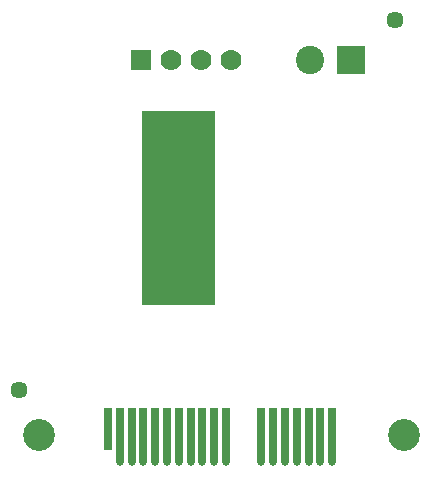
<source format=gbs>
G04 #@! TF.GenerationSoftware,KiCad,Pcbnew,(5.99.0-8491-gb8dfcb34c4)*
G04 #@! TF.CreationDate,2021-01-19T19:49:40+01:00*
G04 #@! TF.ProjectId,TMC2130_Driver,544d4332-3133-4305-9f44-72697665722e,rev?*
G04 #@! TF.SameCoordinates,PX67f3540PY6cb8080*
G04 #@! TF.FileFunction,Soldermask,Bot*
G04 #@! TF.FilePolarity,Negative*
%FSLAX46Y46*%
G04 Gerber Fmt 4.6, Leading zero omitted, Abs format (unit mm)*
G04 Created by KiCad (PCBNEW (5.99.0-8491-gb8dfcb34c4)) date 2021-01-19 19:49:40*
%MOMM*%
%LPD*%
G01*
G04 APERTURE LIST*
%ADD10C,1.448000*%
%ADD11C,2.700000*%
%ADD12O,0.650000X0.650000*%
%ADD13R,0.650000X3.600000*%
%ADD14R,0.650000X4.600000*%
%ADD15R,1.778000X1.778000*%
%ADD16C,1.778000*%
%ADD17R,2.400000X2.400000*%
%ADD18C,2.400000*%
G04 APERTURE END LIST*
D10*
X32960000Y38460000D03*
X1110000Y7080000D03*
D11*
X2800000Y3256000D03*
X33750000Y3256000D03*
D12*
X12652800Y1014800D03*
X22652800Y1014800D03*
X17652800Y1014800D03*
X13652800Y1014800D03*
X15652800Y1014800D03*
X10652800Y1014800D03*
X25652800Y1014800D03*
X26652800Y1014800D03*
X21652800Y1014800D03*
X18652800Y1014800D03*
X24652800Y1014800D03*
X27652800Y1014800D03*
X9652800Y1014800D03*
X23652800Y1014800D03*
X11652800Y1014800D03*
X16652800Y1014800D03*
X14652800Y1014800D03*
D13*
X8652800Y3814800D03*
D14*
X9652800Y3314800D03*
X10652800Y3314800D03*
X11652800Y3314800D03*
X12652800Y3314800D03*
X13652800Y3314800D03*
X14652800Y3314800D03*
X15652800Y3314800D03*
X16652800Y3314800D03*
X17652800Y3314800D03*
X18652800Y3314800D03*
X21652800Y3314800D03*
X22652800Y3314800D03*
X23652800Y3314800D03*
X24652800Y3314800D03*
X25652800Y3314800D03*
X26652800Y3314800D03*
X27652800Y3314800D03*
D15*
X11440000Y35000000D03*
D16*
X13980000Y35000000D03*
X16520000Y35000000D03*
X19060000Y35000000D03*
D17*
X29250000Y35000000D03*
D18*
X25750000Y35000000D03*
G36*
X17731694Y30731694D02*
G01*
X17750000Y30687500D01*
X17750000Y14312500D01*
X17731694Y14268306D01*
X17687500Y14250000D01*
X11562500Y14250000D01*
X11518306Y14268306D01*
X11500000Y14312500D01*
X11500000Y30687500D01*
X11518306Y30731694D01*
X11562500Y30750000D01*
X17687500Y30750000D01*
X17731694Y30731694D01*
G37*
M02*

</source>
